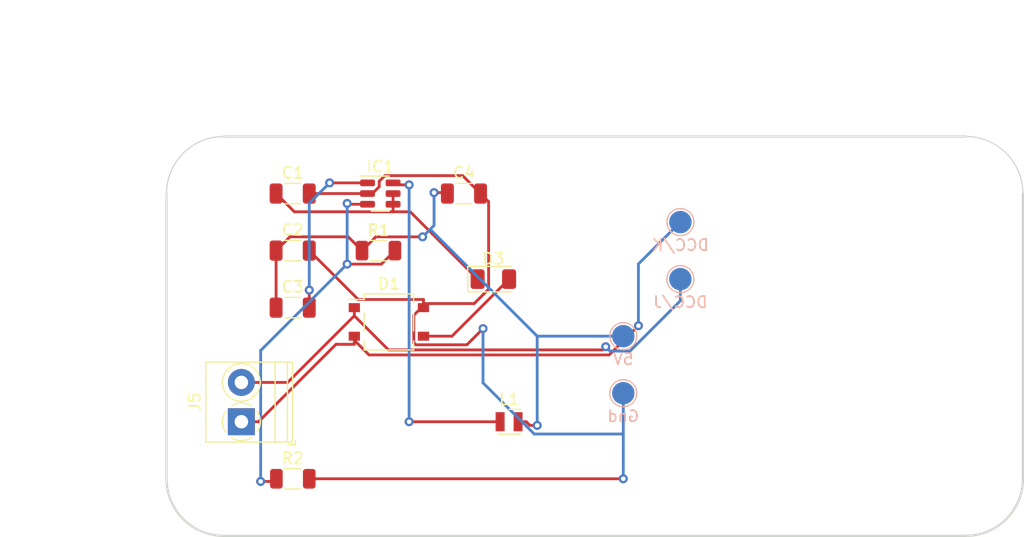
<source format=kicad_pcb>
(kicad_pcb (version 20221018) (generator pcbnew)
  (layers (0 "F.Cu" signal) (31 "B.Cu" signal) (34 "B.Paste" user) (35 "F.Paste" user) (36 "B.SilkS" user "B.Silkscreen") (37 "F.SilkS" user "F.Silkscreen") (38 "B.Mask" user) (39 "F.Mask" user) (44 "Edge.Cuts" user))
  (net 0 "")
  (net 1 "+V")
  (net 2 "GND")
  (net 3 "+5V")
  (net 4 "Net-(IC1-BST)")
  (net 5 "Net-(J5-Pin_2)")
  (net 6 "Net-(J5-Pin_1)")
  (net 7 "Net-(D1-+)")
  (net 8 "Net-(IC1-FB)")
  (net 9 "Net-(IC1-SW)")
  (footprint "MountingHole:MountingHole_2.1mm" (layer "F.Cu") (at 173.99 122.555)
    (fp_text reference "b" hide)
    (fp_text value "MountingHole_2.1mm" hide)
    (pad "" np_thru_hole circle (at 0 0) (size 2.1 2.1) (drill 2.1) (layers "*.Cu" "*.Mask"))
  )
  (footprint "TerminalBlock_Phoenix:TerminalBlock_Phoenix_PT-1,5-2-3.5-H_1x02_P3.50mm_Horizontal" (layer "F.Cu") (at 108.26 116.84 90)
    (fp_text reference "J5" (at 1.75 -4.16 90) (layer "F.SilkS"))
    (fp_text value "DCC")
    (fp_line (start -2.05 4.16) (end -2.05 4.8) (stroke (width 0.12)) (layer "F.SilkS"))
    (fp_line (start -2.05 4.8) (end -1.65 4.8) (stroke (width 0.12)) (layer "F.SilkS"))
    (fp_line (start -1.81 -3.16) (end -1.81 4.56) (stroke (width 0.12)) (layer "F.SilkS"))
    (fp_line (start -1.81 -3.16) (end 5.31 -3.16) (stroke (width 0.12)) (layer "F.SilkS"))
    (fp_line (start -1.81 3) (end 5.31 3) (stroke (width 0.12)) (layer "F.SilkS"))
    (fp_line (start -1.81 4.1) (end 5.31 4.1) (stroke (width 0.12)) (layer "F.SilkS"))
    (fp_line (start -1.81 4.56) (end 5.31 4.56) (stroke (width 0.12)) (layer "F.SilkS"))
    (fp_line (start 2.355 0.941) (end 2.226 1.069) (stroke (width 0.12)) (layer "F.SilkS"))
    (fp_line (start 2.525 1.181) (end 2.431 1.274) (stroke (width 0.12)) (layer "F.SilkS"))
    (fp_line (start 4.57 -1.275) (end 4.476 -1.181) (stroke (width 0.12)) (layer "F.SilkS"))
    (fp_line (start 4.775 -1.069) (end 4.646 -0.941) (stroke (width 0.12)) (layer "F.SilkS"))
    (fp_line (start 5.31 -3.16) (end 5.31 4.56) (stroke (width 0.12)) (layer "F.SilkS"))
    (fp_arc (start -1.425358 0.889894) (mid -1.680286 0.014012) (end -1.44 -0.866) (stroke (width 0.12)) (layer "F.SilkS"))
    (fp_arc (start -0.889894 -1.425358) (mid -0.014012 -1.680286) (end 0.866 -1.44) (stroke (width 0.12)) (layer "F.SilkS"))
    (fp_arc (start 0.028674 1.680099) (mid -0.435535 1.622918) (end -0.866 1.44) (stroke (width 0.12)) (layer "F.SilkS"))
    (fp_arc (start 0.890264 1.424721) (mid 0.463071 1.61492) (end 0 1.68) (stroke (width 0.12)) (layer "F.SilkS"))
    (fp_arc (start 1.425504 -0.890193) (mid 1.680626 0.000476) (end 1.425 0.891) (stroke (width 0.12)) (layer "F.SilkS"))
    (fp_circle (center 3.5 0) (end 5.18 0) (stroke (width 0.12)) (fill none) (layer "F.SilkS"))
    (pad "1" thru_hole rect (at 0 0 90) (size 2.4 2.4) (drill 1.2) (layers "*.Cu" "*.Mask") (net 6 "Net-(J5-Pin_1)"))
    (pad "2" thru_hole circle (at 3.5 0 90) (size 2.4 2.4) (drill 1.2) (layers "*.Cu" "*.Mask") (net 5 "Net-(J5-Pin_2)"))
  )
  (footprint "Diode_SMD:D_1206_3216Metric" (layer "F.Cu") (at 130.68 104.14)
    (fp_text reference "D3" (at 0 -1.82) (layer "F.SilkS"))
    (fp_text value "CUHS20F30")
    (fp_line (start -2.285 -1.135) (end -2.285 1.135) (stroke (width 0.12)) (layer "F.SilkS"))
    (fp_line (start -2.285 1.135) (end 1.6 1.135) (stroke (width 0.12)) (layer "F.SilkS"))
    (fp_line (start 1.6 -1.135) (end -2.285 -1.135) (stroke (width 0.12)) (layer "F.SilkS"))
    (pad "1" smd roundrect (at -1.4 0) (size 1.25 1.75) (layers "F.Cu" "F.Paste" "F.Mask") (roundrect_rratio 0.2) (net 1 "+V"))
    (pad "2" smd roundrect (at 1.4 0) (size 1.25 1.75) (layers "F.Cu" "F.Paste" "F.Mask") (roundrect_rratio 0.2) (net 7 "Net-(D1-+)"))
  )
  (footprint "Inductor_SMD_Wurth:L_Wurth_WE-LQSH-2010" (layer "F.Cu") (at 132.08 116.84)
    (fp_text reference "L1" (at 0 -2 unlocked) (layer "F.SilkS"))
    (fp_text value "10uH")
    (fp_line (start -1 1.11) (end 1 1.11) (stroke (width 0.12)) (layer "F.SilkS"))
    (fp_line (start 0 -1.11) (end 1 -1.11) (stroke (width 0.12)) (layer "F.SilkS"))
    (pad "1" smd rect (at -0.8 0) (size 0.8 1.7) (layers "F.Cu" "F.Paste" "F.Mask") (net 9 "Net-(IC1-SW)"))
    (pad "2" smd rect (at 0.8 0) (size 0.8 1.7) (layers "F.Cu" "F.Paste" "F.Mask") (net 3 "+5V"))
  )
  (footprint "Capacitor_SMD:C_1206_3216Metric" (layer "F.Cu") (at 112.825 106.68)
    (fp_text reference "C3" (at 0 -1.85) (layer "F.SilkS"))
    (fp_text value "100n")
    (fp_line (start -0.711252 -0.91) (end 0.711252 -0.91) (stroke (width 0.12)) (layer "F.SilkS"))
    (fp_line (start -0.711252 0.91) (end 0.711252 0.91) (stroke (width 0.12)) (layer "F.SilkS"))
    (pad "1" smd roundrect (at -1.475 0) (size 1.15 1.8) (layers "F.Cu" "F.Paste" "F.Mask") (roundrect_rratio 0.217391) (net 3 "+5V"))
    (pad "2" smd roundrect (at 1.475 0) (size 1.15 1.8) (layers "F.Cu" "F.Paste" "F.Mask") (roundrect_rratio 0.217391) (net 4 "Net-(IC1-BST)"))
  )
  (footprint "Resistor_SMD:R_1206_3216Metric" (layer "F.Cu") (at 112.8375 121.92)
    (fp_text reference "R2" (at 0 -1.82) (layer "F.SilkS"))
    (fp_text value "22k1")
    (fp_line (start -0.727064 -0.91) (end 0.727064 -0.91) (stroke (width 0.12)) (layer "F.SilkS"))
    (fp_line (start -0.727064 0.91) (end 0.727064 0.91) (stroke (width 0.12)) (layer "F.SilkS"))
    (pad "1" smd roundrect (at -1.4625 0) (size 1.125 1.75) (layers "F.Cu" "F.Paste" "F.Mask") (roundrect_rratio 0.222222) (net 8 "Net-(IC1-FB)"))
    (pad "2" smd roundrect (at 1.4625 0) (size 1.125 1.75) (layers "F.Cu" "F.Paste" "F.Mask") (roundrect_rratio 0.222222) (net 2 "GND"))
  )
  (footprint "Capacitor_SMD:C_1206_3216Metric" (layer "F.Cu") (at 128.065 96.52)
    (fp_text reference "C4" (at 0 -1.85) (layer "F.SilkS"))
    (fp_text value "10uF/6.3V")
    (fp_line (start -0.711252 -0.91) (end 0.711252 -0.91) (stroke (width 0.12)) (layer "F.SilkS"))
    (fp_line (start -0.711252 0.91) (end 0.711252 0.91) (stroke (width 0.12)) (layer "F.SilkS"))
    (pad "1" smd roundrect (at -1.475 0) (size 1.15 1.8) (layers "F.Cu" "F.Paste" "F.Mask") (roundrect_rratio 0.217391) (net 3 "+5V"))
    (pad "2" smd roundrect (at 1.475 0) (size 1.15 1.8) (layers "F.Cu" "F.Paste" "F.Mask") (roundrect_rratio 0.217391) (net 2 "GND"))
  )
  (footprint "Resistor_SMD:R_1206_3216Metric" (layer "F.Cu") (at 120.4575 101.6)
    (fp_text reference "R1" (at 0 -1.82) (layer "F.SilkS"))
    (fp_text value "115k")
    (fp_line (start -0.727064 -0.91) (end 0.727064 -0.91) (stroke (width 0.12)) (layer "F.SilkS"))
    (fp_line (start -0.727064 0.91) (end 0.727064 0.91) (stroke (width 0.12)) (layer "F.SilkS"))
    (pad "1" smd roundrect (at -1.4625 0) (size 1.125 1.75) (layers "F.Cu" "F.Paste" "F.Mask") (roundrect_rratio 0.222222) (net 3 "+5V"))
    (pad "2" smd roundrect (at 1.4625 0) (size 1.125 1.75) (layers "F.Cu" "F.Paste" "F.Mask") (roundrect_rratio 0.222222) (net 8 "Net-(IC1-FB)"))
  )
  (footprint "Capacitor_SMD:C_1206_3216Metric" (layer "F.Cu") (at 112.825 96.52)
    (fp_text reference "C1" (at 0 -1.85) (layer "F.SilkS"))
    (fp_text value "2.2uF/25V")
    (fp_line (start -0.711252 -0.91) (end 0.711252 -0.91) (stroke (width 0.12)) (layer "F.SilkS"))
    (fp_line (start -0.711252 0.91) (end 0.711252 0.91) (stroke (width 0.12)) (layer "F.SilkS"))
    (pad "1" smd roundrect (at -1.475 0) (size 1.15 1.8) (layers "F.Cu" "F.Paste" "F.Mask") (roundrect_rratio 0.217391) (net 1 "+V"))
    (pad "2" smd roundrect (at 1.475 0) (size 1.15 1.8) (layers "F.Cu" "F.Paste" "F.Mask") (roundrect_rratio 0.217391) (net 2 "GND"))
  )
  (footprint "MountingHole:MountingHole_2.1mm" (layer "F.Cu") (at 173.99 95.25)
    (fp_text reference "a" hide)
    (fp_text value "MountingHole_2.1mm" hide)
    (pad "" np_thru_hole circle (at 0 0) (size 2.1 2.1) (drill 2.1) (layers "*.Cu" "*.Mask"))
  )
  (footprint "Package_TO_SOT_SMD:SOT-23-6" (layer "F.Cu") (at 120.62 96.52)
    (fp_text reference "IC1" (at 0 -2.4) (layer "F.SilkS"))
    (fp_text value "AP64060QWU-7")
    (fp_line (start 0 -1.56) (end -1.8 -1.56) (stroke (width 0.12)) (layer "F.SilkS"))
    (fp_line (start 0 -1.56) (end 0.8 -1.56) (stroke (width 0.12)) (layer "F.SilkS"))
    (fp_line (start 0 1.56) (end -0.8 1.56) (stroke (width 0.12)) (layer "F.SilkS"))
    (fp_line (start 0 1.56) (end 0.8 1.56) (stroke (width 0.12)) (layer "F.SilkS"))
    (pad "1" smd roundrect (at -1.1375 -0.95) (size 1.325 0.6) (layers "F.Cu" "F.Paste" "F.Mask") (net 4 "Net-(IC1-BST)"))
    (pad "2" smd roundrect (at -1.1375 0) (size 1.325 0.6) (layers "F.Cu" "F.Paste" "F.Mask") (net 2 "GND"))
    (pad "3" smd roundrect (at -1.1375 0.95) (size 1.325 0.6) (layers "F.Cu" "F.Paste" "F.Mask") (net 8 "Net-(IC1-FB)"))
    (pad "4" smd roundrect (at 1.1375 0.95) (size 1.325 0.6) (layers "F.Cu" "F.Paste" "F.Mask") (net 1 "+V"))
    (pad "5" smd roundrect (at 1.1375 0) (size 1.325 0.6) (layers "F.Cu" "F.Paste" "F.Mask") (net 1 "+V"))
    (pad "6" smd roundrect (at 1.1375 -0.95) (size 1.325 0.6) (layers "F.Cu" "F.Paste" "F.Mask") (net 9 "Net-(IC1-SW)"))
  )
  (footprint "Capacitor_SMD:C_1206_3216Metric" (layer "F.Cu") (at 112.825 101.6)
    (fp_text reference "C2" (at 0 -1.85) (layer "F.SilkS"))
    (fp_text value "10uF/6.3V")
    (fp_line (start -0.711252 -0.91) (end 0.711252 -0.91) (stroke (width 0.12)) (layer "F.SilkS"))
    (fp_line (start -0.711252 0.91) (end 0.711252 0.91) (stroke (width 0.12)) (layer "F.SilkS"))
    (pad "1" smd roundrect (at -1.475 0) (size 1.15 1.8) (layers "F.Cu" "F.Paste" "F.Mask") (roundrect_rratio 0.217391) (net 3 "+5V"))
    (pad "2" smd roundrect (at 1.475 0) (size 1.15 1.8) (layers "F.Cu" "F.Paste" "F.Mask") (roundrect_rratio 0.217391) (net 2 "GND"))
  )
  (footprint "Package_TO_SOT_SMD:TO-269AA" (layer "F.Cu") (at 121.385 107.95)
    (fp_text reference "D1" (at 0 -3.4) (layer "F.SilkS"))
    (fp_text value "KMB24F")
    (fp_line (start -2.2 -2.5) (end -2.2 -2) (stroke (width 0.12)) (layer "F.SilkS"))
    (fp_line (start -2.2 -2) (end -3.6 -2) (stroke (width 0.12)) (layer "F.SilkS"))
    (fp_line (start -2.2 -0.8) (end -2.2 0.8) (stroke (width 0.12)) (layer "F.SilkS"))
    (fp_line (start -2.2 2.5) (end -2.2 1.7) (stroke (width 0.12)) (layer "F.SilkS"))
    (fp_line (start 2.2 -2.5) (end -2.2 -2.5) (stroke (width 0.12)) (layer "F.SilkS"))
    (fp_line (start 2.2 -1.7) (end 2.2 -2.5) (stroke (width 0.12)) (layer "F.SilkS"))
    (fp_line (start 2.2 -0.8) (end 2.2 0.8) (stroke (width 0.12)) (layer "F.SilkS"))
    (fp_line (start 2.2 1.7) (end 2.2 2.5) (stroke (width 0.12)) (layer "F.SilkS"))
    (fp_line (start 2.2 2.5) (end -2.2 2.5) (stroke (width 0.12)) (layer "F.SilkS"))
    (pad "1" smd rect (at -3.075 -1.27) (size 1 0.8) (layers "F.Cu" "F.Paste" "F.Mask") (net 5 "Net-(J5-Pin_2)"))
    (pad "2" smd rect (at -3.075 1.27) (size 1 0.8) (layers "F.Cu" "F.Paste" "F.Mask") (net 6 "Net-(J5-Pin_1)"))
    (pad "3" smd rect (at 3.075 1.27) (size 1 0.8) (layers "F.Cu" "F.Paste" "F.Mask") (net 7 "Net-(D1-+)"))
    (pad "4" smd rect (at 3.075 -1.27) (size 1 0.8) (layers "F.Cu" "F.Paste" "F.Mask") (net 2 "GND"))
  )
  (footprint "TestPoint:TestPoint_Pad_D2.0mm" (layer "B.Cu") (at 142.24 114.3 180)
    (fp_text reference "J4" hide)
    (fp_text value "Gnd" (at 0 -2.05) (layer "B.SilkS") (effects (justify mirror)))
    (fp_circle (center 0 0) (end 0 -1.2) (stroke (width 0.12)) (fill none) (layer "B.SilkS"))
    (pad "1" smd circle (at 0 0 180) (size 2 2) (layers "B.Cu" "B.Mask") (net 2 "GND"))
  )
  (footprint "TestPoint:TestPoint_Pad_D2.0mm" (layer "B.Cu") (at 147.32 99.06 180)
    (fp_text reference "J2" hide)
    (fp_text value "DCC/K" (at 0 -2.05) (layer "B.SilkS") (effects (justify mirror)))
    (fp_circle (center 0 0) (end 0 -1.2) (stroke (width 0.12)) (fill none) (layer "B.SilkS"))
    (pad "1" smd circle (at 0 0 180) (size 2 2) (layers "B.Cu" "B.Mask") (net 6 "Net-(J5-Pin_1)"))
  )
  (footprint "TestPoint:TestPoint_Pad_D2.0mm" (layer "B.Cu") (at 142.24 109.22 180)
    (fp_text reference "J3" hide)
    (fp_text value "5V" (at 0 -2.05) (layer "B.SilkS") (effects (justify mirror)))
    (fp_circle (center 0 0) (end 0 -1.2) (stroke (width 0.12)) (fill none) (layer "B.SilkS"))
    (pad "1" smd circle (at 0 0 180) (size 2 2) (layers "B.Cu" "B.Mask") (net 3 "+5V"))
  )
  (footprint "TestPoint:TestPoint_Pad_D2.0mm" (layer "B.Cu") (at 147.32 104.14 180)
    (fp_text reference "J1" hide)
    (fp_text value "DCC/J" (at 0 -2.05) (layer "B.SilkS") (effects (justify mirror)))
    (fp_circle (center 0 0) (end 0 -1.2) (stroke (width 0.12)) (fill none) (layer "B.SilkS"))
    (pad "1" smd circle (at 0 0 180) (size 2 2) (layers "B.Cu" "B.Mask") (net 5 "Net-(J5-Pin_2)"))
  )
  (gr_arc (start 106.68 127) (mid 103.087898 125.512102) (end 101.6 121.92) (stroke (width 0.2)) (layer "Edge.Cuts"))
  (gr_arc (start 172.72 91.44) (mid 176.312102 92.927898) (end 177.8 96.52) (stroke (width 0.1)) (layer "Edge.Cuts"))
  (gr_line (start 106.68 91.44) (end 172.72 91.44) (stroke (width 0.2)) (layer "Edge.Cuts"))
  (gr_line (start 177.8 96.52) (end 177.8 121.92) (stroke (width 0.2)) (layer "Edge.Cuts"))
  (gr_line (start 101.6 121.92) (end 101.6 96.52) (stroke (width 0.2)) (layer "Edge.Cuts"))
  (gr_line (start 172.72 127) (end 106.68 127) (stroke (width 0.2)) (layer "Edge.Cuts"))
  (gr_arc (start 177.8 121.92) (mid 176.312102 125.512102) (end 172.72 127) (stroke (width 0.2)) (layer "Edge.Cuts"))
  (gr_arc (start 101.6 96.52) (mid 103.087898 92.927898) (end 106.68 91.44) (stroke (width 0.1)) (layer "Edge.Cuts"))
  (segment (start 121.7575 96.52) (end 121.7575 97.47) (width 0.25) (layer "F.Cu") (net 1))
  (segment (start 129.28 104.14) (end 123.2813 98.1413) (width 0.25) (layer "F.Cu") (net 1))
  (segment (start 123.2813 98.1413) (end 121.7575 98.1413) (width 0.25) (layer "F.Cu") (net 1))
  (segment (start 121.7575 98.1413) (end 112.9713 98.1413) (width 0.25) (layer "F.Cu") (net 1))
  (segment (start 112.9713 98.1413) (end 111.35 96.52) (width 0.25) (layer "F.Cu") (net 1))
  (segment (start 121.7575 98.1413) (end 121.7575 97.47) (width 0.25) (layer "F.Cu") (net 1))
  (segment (start 123.5992 109.7956) (end 123.7916 109.988) (width 0.25) (layer "F.Cu") (net 2))
  (segment (start 120.5262 95.9101) (end 119.9163 96.52) (width 0.25) (layer "F.Cu") (net 2))
  (segment (start 121.0289 94.9236) (end 120.5262 95.4263) (width 0.25) (layer "F.Cu") (net 2))
  (segment (start 123.7916 109.988) (end 128.3206 109.988) (width 0.25) (layer "F.Cu") (net 2))
  (segment (start 127.9436 94.9236) (end 121.0289 94.9236) (width 0.25) (layer "F.Cu") (net 2))
  (segment (start 128.9721 106.3165) (end 130.2574 105.0312) (width 0.25) (layer "F.Cu") (net 2))
  (segment (start 124.46 106.68) (end 124.46 106.4982) (width 0.25) (layer "F.Cu") (net 2))
  (segment (start 130.2574 97.2374) (end 129.54 96.52) (width 0.25) (layer "F.Cu") (net 2))
  (segment (start 114.3 96.52) (end 119.4825 96.52) (width 0.25) (layer "F.Cu") (net 2))
  (segment (start 128.3206 109.988) (end 129.7606 108.548) (width 0.25) (layer "F.Cu") (net 2))
  (segment (start 124.46 105.9531) (end 118.6531 105.9531) (width 0.25) (layer "F.Cu") (net 2))
  (segment (start 129.54 96.52) (end 127.9436 94.9236) (width 0.25) (layer "F.Cu") (net 2))
  (segment (start 124.46 106.3165) (end 128.9721 106.3165) (width 0.25) (layer "F.Cu") (net 2))
  (segment (start 124.46 106.3165) (end 124.46 105.9531) (width 0.25) (layer "F.Cu") (net 2))
  (segment (start 130.2574 105.0312) (end 130.2574 97.2374) (width 0.25) (layer "F.Cu") (net 2))
  (segment (start 114.3 121.92) (end 142.24 121.92) (width 0.25) (layer "F.Cu") (net 2))
  (segment (start 120.5262 95.4263) (end 120.5262 95.9101) (width 0.25) (layer "F.Cu") (net 2))
  (segment (start 124.46 106.4982) (end 123.5992 107.359) (width 0.25) (layer "F.Cu") (net 2))
  (segment (start 119.9163 96.52) (end 119.4825 96.52) (width 0.25) (layer "F.Cu") (net 2))
  (segment (start 124.46 106.4982) (end 124.46 106.3165) (width 0.25) (layer "F.Cu") (net 2))
  (segment (start 118.6531 105.9531) (end 114.3 101.6) (width 0.25) (layer "F.Cu") (net 2))
  (segment (start 123.5992 107.359) (end 123.5992 109.7956) (width 0.25) (layer "F.Cu") (net 2))
  (via (at 142.24 121.92) (size 0.8) (drill 0.4) (layers "F.Cu" "B.Cu") (net 2))
  (via (at 129.7606 108.548) (size 0.8) (drill 0.4) (layers "F.Cu" "B.Cu") (net 2))
  (segment (start 142.24 117.9314) (end 134.3165 117.9314) (width 0.25) (layer "B.Cu") (net 2))
  (segment (start 134.3165 117.9314) (end 129.7606 113.3755) (width 0.25) (layer "B.Cu") (net 2))
  (segment (start 142.24 117.9314) (end 142.24 121.92) (width 0.25) (layer "B.Cu") (net 2))
  (segment (start 129.7606 113.3755) (end 129.7606 108.548) (width 0.25) (layer "B.Cu") (net 2))
  (segment (start 142.24 114.3) (end 142.24 117.9314) (width 0.25) (layer "B.Cu") (net 2))
  (segment (start 112.5798 100.3702) (end 117.7652 100.3702) (width 0.25) (layer "F.Cu") (net 3))
  (segment (start 120.2214 100.3736) (end 118.995 101.6) (width 0.25) (layer "F.Cu") (net 3))
  (segment (start 132.88 116.84) (end 133.6069 116.84) (width 0.25) (layer "F.Cu") (net 3))
  (segment (start 124.3862 100.3736) (end 120.2214 100.3736) (width 0.25) (layer "F.Cu") (net 3))
  (segment (start 111.35 101.6) (end 112.5798 100.3702) (width 0.25) (layer "F.Cu") (net 3))
  (segment (start 126.59 96.52) (end 126.5084 96.4384) (width 0.25) (layer "F.Cu") (net 3))
  (segment (start 111.35 106.68) (end 111.35 101.6) (width 0.25) (layer "F.Cu") (net 3))
  (segment (start 117.7652 100.3702) (end 118.995 101.6) (width 0.25) (layer "F.Cu") (net 3))
  (segment (start 133.9334 117.1665) (end 133.6069 116.84) (width 0.25) (layer "F.Cu") (net 3))
  (segment (start 126.5084 96.4384) (end 125.4042 96.4384) (width 0.25) (layer "F.Cu") (net 3))
  (segment (start 134.58 117.1665) (end 133.9334 117.1665) (width 0.25) (layer "F.Cu") (net 3))
  (via (at 134.58 117.1665) (size 0.8) (drill 0.4) (layers "F.Cu" "B.Cu") (net 3))
  (via (at 125.4042 96.4384) (size 0.8) (drill 0.4) (layers "F.Cu" "B.Cu") (net 3))
  (via (at 124.3862 100.3736) (size 0.8) (drill 0.4) (layers "F.Cu" "B.Cu") (net 3))
  (segment (start 125.0599 99.6999) (end 134.58 109.22) (width 0.25) (layer "B.Cu") (net 3))
  (segment (start 134.58 117.1665) (end 134.58 109.22) (width 0.25) (layer "B.Cu") (net 3))
  (segment (start 125.0599 99.6999) (end 124.3862 100.3736) (width 0.25) (layer "B.Cu") (net 3))
  (segment (start 125.4042 96.4384) (end 125.4042 99.3556) (width 0.25) (layer "B.Cu") (net 3))
  (segment (start 125.4042 99.3556) (end 125.0599 99.6999) (width 0.25) (layer "B.Cu") (net 3))
  (segment (start 142.24 109.22) (end 134.58 109.22) (width 0.25) (layer "B.Cu") (net 3))
  (segment (start 119.4825 95.57) (end 116.1119 95.57) (width 0.25) (layer "F.Cu") (net 4))
  (segment (start 114.3 105.1172) (end 114.3 106.68) (width 0.25) (layer "F.Cu") (net 4))
  (via (at 114.3 105.1172) (size 0.8) (drill 0.4) (layers "F.Cu" "B.Cu") (net 4))
  (via (at 116.1119 95.57) (size 0.8) (drill 0.4) (layers "F.Cu" "B.Cu") (net 4))
  (segment (start 114.3 97.3819) (end 116.1119 95.57) (width 0.25) (layer "B.Cu") (net 4))
  (segment (start 114.3 105.1172) (end 114.3 97.3819) (width 0.25) (layer "B.Cu") (net 4))
  (segment (start 140.4007 110.4399) (end 140.6796 110.161) (width 0.25) (layer "F.Cu") (net 5))
  (segment (start 112.3769 113.34) (end 108.26 113.34) (width 0.25) (layer "F.Cu") (net 5))
  (segment (start 118.31 107.4069) (end 112.3769 113.34) (width 0.25) (layer "F.Cu") (net 5))
  (segment (start 121.343 110.4399) (end 140.4007 110.4399) (width 0.25) (layer "F.Cu") (net 5))
  (segment (start 118.31 106.68) (end 118.31 107.4069) (width 0.25) (layer "F.Cu") (net 5))
  (segment (start 118.31 107.4069) (end 121.343 110.4399) (width 0.25) (layer "F.Cu") (net 5))
  (via (at 140.6796 110.161) (size 0.8) (drill 0.4) (layers "F.Cu" "B.Cu") (net 5))
  (segment (start 147.32 106.0679) (end 142.841 110.5469) (width 0.25) (layer "B.Cu") (net 5))
  (segment (start 142.841 110.5469) (end 141.0655 110.5469) (width 0.25) (layer "B.Cu") (net 5))
  (segment (start 141.0655 110.5469) (end 140.6796 110.161) (width 0.25) (layer "B.Cu") (net 5))
  (segment (start 147.32 104.14) (end 147.32 106.0679) (width 0.25) (layer "B.Cu") (net 5))
  (segment (start 116.68 109.9469) (end 109.7869 116.84) (width 0.25) (layer "F.Cu") (net 6))
  (segment (start 118.31 109.9469) (end 116.68 109.9469) (width 0.25) (layer "F.Cu") (net 6))
  (segment (start 108.26 116.84) (end 109.7869 116.84) (width 0.25) (layer "F.Cu") (net 6))
  (segment (start 140.9833 110.8918) (end 143.5865 108.2886) (width 0.25) (layer "F.Cu") (net 6))
  (segment (start 119.6184 110.8918) (end 140.9833 110.8918) (width 0.25) (layer "F.Cu") (net 6))
  (segment (start 118.31 109.5834) (end 118.31 109.9469) (width 0.25) (layer "F.Cu") (net 6))
  (segment (start 118.31 109.5834) (end 119.6184 110.8918) (width 0.25) (layer "F.Cu") (net 6))
  (segment (start 118.31 109.22) (end 118.31 109.5834) (width 0.25) (layer "F.Cu") (net 6))
  (via (at 143.5865 108.2886) (size 0.8) (drill 0.4) (layers "F.Cu" "B.Cu") (net 6))
  (segment (start 143.5865 102.7935) (end 143.5865 108.2886) (width 0.25) (layer "B.Cu") (net 6))
  (segment (start 147.32 99.06) (end 143.5865 102.7935) (width 0.25) (layer "B.Cu") (net 6))
  (segment (start 127 109.22) (end 132.08 104.14) (width 0.25) (layer "F.Cu") (net 7))
  (segment (start 124.46 109.22) (end 127 109.22) (width 0.25) (layer "F.Cu") (net 7))
  (segment (start 111.1361 122.1589) (end 111.375 121.92) (width 0.25) (layer "F.Cu") (net 8))
  (segment (start 117.7429 97.47) (end 117.6732 97.4003) (width 0.25) (layer "F.Cu") (net 8))
  (segment (start 121.92 101.6) (end 120.7171 102.8029) (width 0.25) (layer "F.Cu") (net 8))
  (segment (start 119.4825 97.47) (end 117.7429 97.47) (width 0.25) (layer "F.Cu") (net 8))
  (segment (start 120.7171 102.8029) (end 117.6732 102.8029) (width 0.25) (layer "F.Cu") (net 8))
  (segment (start 109.9758 122.1589) (end 111.1361 122.1589) (width 0.25) (layer "F.Cu") (net 8))
  (via (at 109.9758 122.1589) (size 0.8) (drill 0.4) (layers "F.Cu" "B.Cu") (net 8))
  (via (at 117.6732 102.8029) (size 0.8) (drill 0.4) (layers "F.Cu" "B.Cu") (net 8))
  (via (at 117.6732 97.4003) (size 0.8) (drill 0.4) (layers "F.Cu" "B.Cu") (net 8))
  (segment (start 109.9758 110.5003) (end 117.6732 102.8029) (width 0.25) (layer "B.Cu") (net 8))
  (segment (start 117.6732 102.8029) (end 117.6732 97.4003) (width 0.25) (layer "B.Cu") (net 8))
  (segment (start 109.9758 122.1589) (end 109.9758 110.5003) (width 0.25) (layer "B.Cu") (net 8))
  (segment (start 131.28 116.84) (end 123.1853 116.84) (width 0.25) (layer "F.Cu") (net 9))
  (segment (start 121.9331 95.7456) (end 121.7575 95.57) (width 0.25) (layer "F.Cu") (net 9))
  (segment (start 123.1853 95.7456) (end 121.9331 95.7456) (width 0.25) (layer "F.Cu") (net 9))
  (via (at 123.1853 95.7456) (size 0.8) (drill 0.4) (layers "F.Cu" "B.Cu") (net 9))
  (via (at 123.1853 116.84) (size 0.8) (drill 0.4) (layers "F.Cu" "B.Cu") (net 9))
  (segment (start 123.1853 95.7456) (end 123.1853 116.84) (width 0.25) (layer "B.Cu") (net 9))
)
</source>
